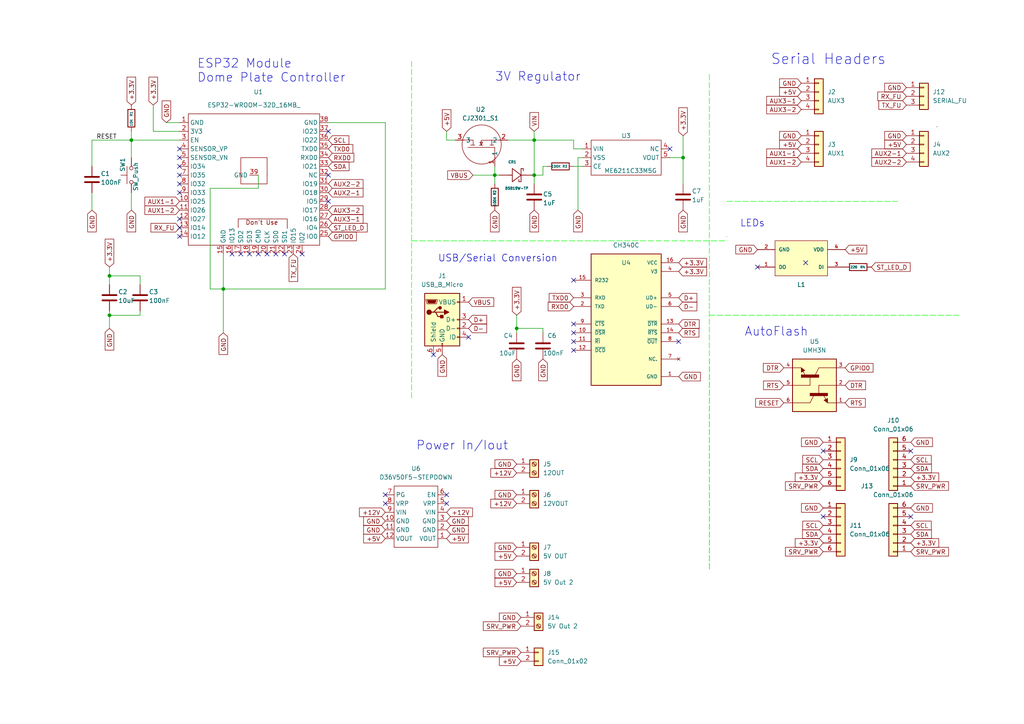
<source format=kicad_sch>
(kicad_sch (version 20231120) (generator "eeschema") (generator_version "8.0")
  (paper "A4")
  (title_block (title "Dome Plate Controller") (date "2022-11-16") (rev "2.0") (company "Created by: Greg Hulette") (comment 3 "- Controls Serial Comms to other devices") (comment 4 "- Accepts ESP-NOW messages"))
  (lib_symbols
    (symbol "B5819W-TP_1" (pin_numbers hide) (pin_names hide)
      (property "Reference" "CR" (at 5.08 4.445 0))
      (property "Value" "B5819W-TP_1" (at 5.08 -7.62 0))
      (symbol "B5819W-TP_1_1_1"
        (pin unspecified line (at 0 0 0) (length 2.54) (name "A") (number "A"))
        (pin unspecified line (at 10.16 0 180) (length 2.54) (name "C") (number "C"))
      )
    )
    (symbol "Connector:Screw_Terminal_01x02" (pin_names (offset 1.016) hide)
      (property "Reference" "J" (at 0 2.54 0))
      (property "Value" "Screw_Terminal_01x02" (at 0 -5.08 0))
      (symbol "Screw_Terminal_01x02_1_1"
        (pin passive line (at -5.08 0 0) (length 3.81) (name "Pin_1") (number "1"))
        (pin passive line (at -5.08 -2.54 0) (length 3.81) (name "Pin_2") (number "2"))
      )
    )
    (symbol "Connector:USB_B_Micro" (pin_names (offset 1.016))
      (property "Reference" "J" (at -5.08 11.43 0))
      (property "Value" "USB_B_Micro" (at -5.08 8.89 0))
      (symbol "USB_B_Micro_1_1"
        (pin power_out line (at 7.62 5.08 180) (length 2.54) (name "VBUS") (number "1"))
        (pin bidirectional line (at 7.62 -2.54 180) (length 2.54) (name "D-") (number "2"))
        (pin bidirectional line (at 7.62 0 180) (length 2.54) (name "D+") (number "3"))
        (pin passive line (at 7.62 -5.08 180) (length 2.54) (name "ID") (number "4"))
        (pin power_out line (at 0 -10.16 90) (length 2.54) (name "GND") (number "5"))
        (pin passive line (at -2.54 -10.16 90) (length 2.54) (name "Shield") (number "6"))
      )
    )
    (symbol "Connector_Generic:Conn_01x02" (pin_names (offset 1.016) hide)
      (property "Reference" "J" (at 0 2.54 0))
      (property "Value" "Conn_01x02" (at 0 -5.08 0))
      (symbol "Conn_01x02_1_1"
        (pin passive line (at -5.08 0 0) (length 3.81) (name "Pin_1") (number "1"))
        (pin passive line (at -5.08 -2.54 0) (length 3.81) (name "Pin_2") (number "2"))
      )
    )
    (symbol "Connector_Generic:Conn_01x03" (pin_names (offset 1.016) hide)
      (property "Reference" "J" (at 0 5.08 0))
      (property "Value" "Conn_01x03" (at 0 -5.08 0))
      (symbol "Conn_01x03_1_1"
        (pin passive line (at -5.08 2.54 0) (length 3.81) (name "Pin_1") (number "1"))
        (pin passive line (at -5.08 0 0) (length 3.81) (name "Pin_2") (number "2"))
        (pin passive line (at -5.08 -2.54 0) (length 3.81) (name "Pin_3") (number "3"))
      )
    )
    (symbol "Connector_Generic:Conn_01x04" (pin_names (offset 1.016) hide)
      (property "Reference" "J" (at 0 5.08 0))
      (property "Value" "Conn_01x04" (at 0 -7.62 0))
      (symbol "Conn_01x04_1_1"
        (pin passive line (at -5.08 2.54 0) (length 3.81) (name "Pin_1") (number "1"))
        (pin passive line (at -5.08 0 0) (length 3.81) (name "Pin_2") (number "2"))
        (pin passive line (at -5.08 -2.54 0) (length 3.81) (name "Pin_3") (number "3"))
        (pin passive line (at -5.08 -5.08 0) (length 3.81) (name "Pin_4") (number "4"))
      )
    )
    (symbol "Connector_Generic:Conn_01x06" (pin_names (offset 1.016) hide)
      (property "Reference" "J" (at 0 7.62 0))
      (property "Value" "Conn_01x06" (at 0 -10.16 0))
      (symbol "Conn_01x06_1_1"
        (pin passive line (at -5.08 5.08 0) (length 3.81) (name "Pin_1") (number "1"))
        (pin passive line (at -5.08 2.54 0) (length 3.81) (name "Pin_2") (number "2"))
        (pin passive line (at -5.08 0 0) (length 3.81) (name "Pin_3") (number "3"))
        (pin passive line (at -5.08 -2.54 0) (length 3.81) (name "Pin_4") (number "4"))
        (pin passive line (at -5.08 -5.08 0) (length 3.81) (name "Pin_5") (number "5"))
        (pin passive line (at -5.08 -7.62 0) (length 3.81) (name "Pin_6") (number "6"))
      )
    )
    (symbol "Custom:CH340C" (pin_names (offset 1.016))
      (property "Reference" "U" (at -10.16 20.955 0))
      (property "Value" "CH340C" (at -10.16 -20.32 0))
      (symbol "CH340C_0_0"
        (pin power_in line (at 15.24 -15.24 180) (length 5.08) (name "GND") (number "1"))
        (pin input line (at -15.24 -2.54 0) (length 5.08) (name "~{DSR}") (number "10"))
        (pin input line (at -15.24 -5.08 0) (length 5.08) (name "~{RI}") (number "11"))
        (pin input line (at -15.24 -7.62 0) (length 5.08) (name "~{DCD}") (number "12"))
        (pin output line (at 15.24 0 180) (length 5.08) (name "~{DTR}") (number "13"))
        (pin output line (at 15.24 -2.54 180) (length 5.08) (name "~{RTS}") (number "14"))
        (pin input line (at -15.24 12.7 0) (length 5.08) (name "R232") (number "15"))
        (pin power_in line (at 15.24 17.78 180) (length 5.08) (name "VCC") (number "16"))
        (pin output line (at -15.24 5.08 0) (length 5.08) (name "TXD") (number "2"))
        (pin input line (at -15.24 7.62 0) (length 5.08) (name "RXD") (number "3"))
        (pin power_in line (at 15.24 15.24 180) (length 5.08) (name "V3") (number "4"))
        (pin bidirectional line (at 15.24 7.62 180) (length 5.08) (name "UD+") (number "5"))
        (pin bidirectional line (at 15.24 5.08 180) (length 5.08) (name "UD-") (number "6"))
        (pin no_connect line (at 15.24 -10.16 180) (length 5.08) (name "NC.") (number "7"))
        (pin output line (at 15.24 -5.08 180) (length 5.08) (name "~{OUT}") (number "8"))
        (pin input line (at -15.24 0 0) (length 5.08) (name "~{CTS}") (number "9"))
      )
    )
    (symbol "Custom:CJ2301_S1"
      (property "Reference" "U" (at 0 10.16 0))
      (property "Value" "CJ2301_S1" (at -1.27 -10.16 0))
      (symbol "CJ2301_S1_1_1"
        (pin bidirectional line (at 3.81 -6.35 90) (length 2.54) (name "1") (number "1"))
        (pin bidirectional line (at 7.62 1.27 180) (length 2.54) (name "2") (number "2"))
        (pin input line (at -7.62 1.27 0) (length 2.54) (name "3") (number "3"))
      )
    )
    (symbol "Custom:ESP32-WROOM-32-Custom"
      (property "Reference" "U" (at -3.7846 54.2036 0))
      (property "Value" "ESP32-WROOM-32-Custom" (at -2.1082 -82.3214 0))
      (symbol "ESP32-WROOM-32-Custom_0_0"
        (text "Don't Use" (at 1.016 -11.176 0) (effects (font (size 1.27 1.27))))
      )
      (symbol "ESP32-WROOM-32-Custom_1_1"
        (pin bidirectional line (at -22.86 17.78 0) (length 2.54) (name "GND") (number "1"))
        (pin bidirectional line (at -22.86 -5.08 0) (length 2.54) (name "IO25") (number "10"))
        (pin bidirectional line (at -22.86 -7.62 0) (length 2.54) (name "IO26") (number "11"))
        (pin bidirectional line (at -22.86 -10.16 0) (length 2.54) (name "IO27") (number "12"))
        (pin bidirectional line (at -22.86 -12.7 0) (length 2.54) (name "IO14") (number "13"))
        (pin bidirectional line (at -22.86 -15.24 0) (length 2.54) (name "IO12") (number "14"))
        (pin bidirectional line (at -10.16 -20.32 90) (length 2.54) (name "GND") (number "15"))
        (pin bidirectional line (at -7.62 -20.32 90) (length 2.54) (name "IO13") (number "16"))
        (pin bidirectional line (at -5.08 -20.32 90) (length 2.54) (name "SD2") (number "17"))
        (pin bidirectional line (at -2.54 -20.32 90) (length 2.54) (name "SD3") (number "18"))
        (pin bidirectional line (at 0 -20.32 90) (length 2.54) (name "CMD") (number "19"))
        (pin bidirectional line (at -22.86 15.24 0) (length 2.54) (name "3V3") (number "2"))
        (pin bidirectional line (at 2.54 -20.32 90) (length 2.54) (name "CLK") (number "20"))
        (pin bidirectional line (at 5.08 -20.32 90) (length 2.54) (name "SD0") (number "21"))
        (pin bidirectional line (at 7.62 -20.32 90) (length 2.54) (name "SD1") (number "22"))
        (pin bidirectional line (at 10.16 -20.32 90) (length 2.54) (name "IO15") (number "23"))
        (pin bidirectional line (at 12.7 -20.32 90) (length 2.54) (name "IO2") (number "24"))
        (pin bidirectional line (at 20.32 -15.24 180) (length 2.54) (name "IO0") (number "25"))
        (pin bidirectional line (at 20.32 -12.7 180) (length 2.54) (name "IO4") (number "26"))
        (pin bidirectional line (at 20.32 -10.16 180) (length 2.54) (name "IO16") (number "27"))
        (pin bidirectional line (at 20.32 -7.62 180) (length 2.54) (name "IO17") (number "28"))
        (pin bidirectional line (at 20.32 -5.08 180) (length 2.54) (name "IO5") (number "29"))
        (pin bidirectional line (at -22.86 12.7 0) (length 2.54) (name "EN") (number "3"))
        (pin bidirectional line (at 20.32 -2.54 180) (length 2.54) (name "IO18") (number "30"))
        (pin bidirectional line (at 20.32 0 180) (length 2.54) (name "IO19") (number "31"))
        (pin bidirectional line (at 20.32 2.54 180) (length 2.54) (name "NC") (number "32"))
        (pin bidirectional line (at 20.32 5.08 180) (length 2.54) (name "IO21") (number "33"))
        (pin bidirectional line (at 20.32 7.62 180) (length 2.54) (name "RXD0") (number "34"))
        (pin bidirectional line (at 20.32 10.16 180) (length 2.54) (name "TXD0") (number "35"))
        (pin bidirectional line (at 20.32 12.7 180) (length 2.54) (name "IO22") (number "36"))
        (pin bidirectional line (at 20.32 15.24 180) (length 2.54) (name "IO23") (number "37"))
        (pin bidirectional line (at 20.32 17.78 180) (length 2.54) (name "GND") (number "38"))
        (pin bidirectional line (at 0 2.54 180) (length 2.54) (name "GND") (number "39"))
        (pin bidirectional line (at -22.86 10.16 0) (length 2.54) (name "SENSOR_VP") (number "4"))
        (pin bidirectional line (at -22.86 7.62 0) (length 2.54) (name "SENSOR_VN") (number "5"))
        (pin bidirectional line (at -22.86 5.08 0) (length 2.54) (name "IO34") (number "6"))
        (pin bidirectional line (at -22.86 2.54 0) (length 2.54) (name "IO35") (number "7"))
        (pin bidirectional line (at -22.86 0 0) (length 2.54) (name "IO32") (number "8"))
        (pin bidirectional line (at -22.86 -2.54 0) (length 2.54) (name "IO33") (number "9"))
      )
    )
    (symbol "Custom:ME6211C33M5G"
      (property "Reference" "U" (at -0.1016 6.4262 0))
      (property "Value" "ME6211C33M5G" (at -0.4064 -7.6454 0))
      (symbol "ME6211C33M5G_1_1"
        (pin bidirectional line (at -12.7 2.54 0) (length 2.54) (name "VIN") (number "1"))
        (pin bidirectional line (at -12.7 0 0) (length 2.54) (name "VSS") (number "2"))
        (pin bidirectional line (at -12.7 -2.54 0) (length 2.54) (name "CE") (number "3"))
        (pin bidirectional line (at 12.7 2.54 180) (length 2.54) (name "NC") (number "4"))
        (pin bidirectional line (at 12.7 0 180) (length 2.54) (name "VOUT") (number "5"))
      )
    )
    (symbol "Custom:UMH3N" (pin_names (offset 1.016) hide)
      (property "Reference" "U" (at 2.54 0 0))
      (property "Value" "UMH3N" (at 2.54 -2.54 0))
      (symbol "UMH3N_0_0"
        (pin output line (at -10.16 -10.16 90) (length 2.54) (name "~") (number "1"))
        (pin input line (at -5.08 -10.16 90) (length 2.54) (name "~") (number "2"))
        (pin input line (at 0 -10.16 90) (length 2.54) (name "~") (number "3"))
        (pin output line (at 0 7.62 270) (length 2.54) (name "~") (number "4"))
        (pin input line (at -5.08 7.62 270) (length 2.54) (name "~") (number "5"))
        (pin input line (at -10.16 7.62 270) (length 2.54) (name "~") (number "6"))
      )
    )
    (symbol "Device:C" (pin_numbers hide) (pin_names (offset 0.254))
      (property "Reference" "C" (at 0.635 2.54 0))
      (property "Value" "C" (at 0.635 -2.54 0))
      (symbol "C_1_1"
        (pin passive line (at 0 3.81 270) (length 2.794) (name "~") (number "1"))
        (pin passive line (at 0 -3.81 90) (length 2.794) (name "~") (number "2"))
      )
    )
    (symbol "Device:R" (pin_numbers hide) (pin_names (offset 0))
      (property "Reference" "R" (at 2.032 0 90))
      (property "Value" "R" (at 0 0 90))
      (symbol "R_1_1"
        (pin passive line (at 0 3.81 270) (length 1.27) (name "~") (number "1"))
        (pin passive line (at 0 -3.81 90) (length 1.27) (name "~") (number "2"))
      )
    )
    (symbol "LED:WS2812B-2020" (pin_names (offset 1.016))
      (property "Reference" "L" (at -7.366 5.842 0))
      (symbol "WS2812B-2020_0_0"
        (pin bidirectional line (at 12.7 2.54 180) (length 5.08) (name "DO") (number "1"))
        (pin bidirectional line (at 12.7 -2.54 180) (length 5.08) (name "GND") (number "2"))
        (pin bidirectional line (at -12.7 2.54 0) (length 5.08) (name "DI") (number "3"))
        (pin bidirectional line (at -12.7 -2.54 0) (length 5.08) (name "VDD") (number "4"))
      )
    )
    (symbol "Pololu:D36V50F5-STEPDOWN"
      (property "Reference" "U" (at 0.762 -11.684 0))
      (property "Value" "D36V50F5-STEPDOWN" (at 0.254 10.414 0))
      (symbol "D36V50F5-STEPDOWN_1_1"
        (pin bidirectional line (at 8.89 -6.35 180) (length 2.54) (name "VOUT") (number "1"))
        (pin bidirectional line (at -8.89 -1.27 0) (length 2.54) (name "GND") (number "10"))
        (pin bidirectional line (at -8.89 -3.81 0) (length 2.54) (name "GND") (number "11"))
        (pin bidirectional line (at -8.89 -6.35 0) (length 2.54) (name "VOUT") (number "12"))
        (pin bidirectional line (at 8.89 -3.81 180) (length 2.54) (name "GND") (number "2"))
        (pin bidirectional line (at 8.89 -1.27 180) (length 2.54) (name "GND") (number "3"))
        (pin bidirectional line (at 8.89 1.27 180) (length 2.54) (name "VIN") (number "4"))
        (pin bidirectional line (at 8.89 3.81 180) (length 2.54) (name "VRP") (number "5"))
        (pin bidirectional line (at 8.89 6.35 180) (length 2.54) (name "EN") (number "6"))
        (pin bidirectional line (at -8.89 6.35 0) (length 2.54) (name "PG") (number "7"))
        (pin bidirectional line (at -8.89 3.81 0) (length 2.54) (name "VRP") (number "8"))
        (pin bidirectional line (at -8.89 1.27 0) (length 2.54) (name "VIN") (number "9"))
      )
    )
    (symbol "Switch:SW_Push" (pin_numbers hide) (pin_names (offset 1.016) hide)
      (property "Reference" "SW" (at 1.27 2.54 0))
      (property "Value" "SW_Push" (at 0 -1.524 0))
      (symbol "SW_Push_0_1"
        (pin passive line (at -5.08 0 0) (length 2.54) (name "1") (number "1"))
        (pin passive line (at 5.08 0 180) (length 2.54) (name "2") (number "2"))
      )
    )
  )
  (junction (at 64.77 83.82))
  (junction (at 31.75 91.44))
  (junction (at 198.12 45.72))
  (junction (at 143.51 50.8))
  (junction (at 31.75 80.01))
  (junction (at 154.94 40.64))
  (junction (at 149.86 95.25))
  (junction (at 38.1 40.64))
  (junction (at 154.94 50.8))
  (no_connect (at 194.31 43.18))
  (no_connect (at 196.85 99.06))
  (no_connect (at 52.07 50.8))
  (no_connect (at 95.25 50.8))
  (no_connect (at 52.07 43.18))
  (no_connect (at 87.63 73.66))
  (no_connect (at 125.73 102.87))
  (no_connect (at 52.07 68.58))
  (no_connect (at 74.93 73.66))
  (no_connect (at 233.68 76.2))
  (no_connect (at 77.47 73.66))
  (no_connect (at 67.31 73.66))
  (no_connect (at 52.07 45.72))
  (no_connect (at 80.01 73.66))
  (no_connect (at 219.71 77.47))
  (no_connect (at 69.85 73.66))
  (no_connect (at 52.07 55.88))
  (no_connect (at 95.25 38.1))
  (no_connect (at 52.07 63.5))
  (no_connect (at 166.37 93.98))
  (no_connect (at 166.37 96.52))
  (no_connect (at 166.37 101.6))
  (no_connect (at 264.16 149.86))
  (no_connect (at 166.37 99.06))
  (no_connect (at 52.07 66.04))
  (no_connect (at 82.55 73.66))
  (no_connect (at 238.76 149.86))
  (no_connect (at 135.89 97.79))
  (no_connect (at 52.07 53.34))
  (no_connect (at 238.76 130.81))
  (no_connect (at 264.16 130.81))
  (no_connect (at 129.54 146.05))
  (no_connect (at 129.54 143.51))
  (no_connect (at 111.76 143.51))
  (no_connect (at 111.76 146.05))
  (no_connect (at 72.39 73.66))
  (no_connect (at 95.25 58.42))
  (no_connect (at 52.07 48.26))
  (no_connect (at 166.37 81.28))
  (wire (pts (xy 40.64 90.17) (xy 40.64 91.44)))
  (wire (pts (xy 38.1 40.64) (xy 52.07 40.64)))
  (wire (pts (xy 271.6847 36.6868) (xy 271.78 36.83)))
  (wire (pts (xy 31.75 77.47) (xy 31.75 80.01)))
  (wire (pts (xy 64.77 83.82) (xy 111.76 83.82)))
  (wire (pts (xy 154.94 50.8) (xy 154.94 53.34)))
  (wire (pts (xy 64.77 73.66) (xy 64.77 83.82)))
  (wire (pts (xy 95.25 35.56) (xy 111.76 35.56)))
  (wire (pts (xy 154.94 40.64) (xy 166.37 40.64)))
  (polyline (pts (xy 210.82 68.58) (xy 210.82 68.58)) (stroke (width 0) (type dash)))
  (wire (pts (xy 40.64 91.44) (xy 31.75 91.44)))
  (wire (pts (xy 64.77 83.82) (xy 64.77 96.52)))
  (polyline (pts (xy 205.74 91.44) (xy 278.13 91.44)) (stroke (width 0) (type dash) (color 0 255 0 1)))
  (wire (pts (xy 31.75 80.01) (xy 31.75 82.55)))
  (wire (pts (xy 26.67 40.64) (xy 38.1 40.64)))
  (wire (pts (xy 31.75 91.44) (xy 31.75 95.25)))
  (wire (pts (xy 143.51 48.26) (xy 143.51 50.8)))
  (wire (pts (xy 149.86 91.44) (xy 149.86 95.25)))
  (wire (pts (xy 38.1 40.64) (xy 38.1 45.72)))
  (polyline (pts (xy 119.38 17.78) (xy 119.38 115.57)) (stroke (width 0) (type dash) (color 0 255 0 1)))
  (wire (pts (xy 26.67 48.26) (xy 26.67 40.64)))
  (polyline (pts (xy 210.82 58.42) (xy 260.35 58.42)) (stroke (width 0) (type dash) (color 0 255 0 1)))
  (wire (pts (xy 74.93 50.8) (xy 74.93 54.61)))
  (wire (pts (xy 166.37 48.26) (xy 168.91 48.26)))
  (wire (pts (xy 198.12 39.37) (xy 198.12 45.72)))
  (wire (pts (xy 38.1 55.88) (xy 38.1 60.96)))
  (wire (pts (xy 40.64 80.01) (xy 40.64 82.55)))
  (wire (pts (xy 44.45 30.48) (xy 44.45 38.1)))
  (wire (pts (xy 157.48 48.26) (xy 157.48 50.8)))
  (wire (pts (xy 149.86 95.25) (xy 149.86 96.52)))
  (polyline (pts (xy 205.74 21.59) (xy 205.74 165.1)) (stroke (width 0) (type dash) (color 0 255 0 1)))
  (wire (pts (xy 60.96 83.82) (xy 64.77 83.82)))
  (wire (pts (xy 157.48 95.25) (xy 149.86 95.25)))
  (wire (pts (xy 60.96 54.61) (xy 60.96 83.82)))
  (wire (pts (xy 52.07 35.56) (xy 48.26 35.56)))
  (wire (pts (xy 31.75 90.17) (xy 31.75 91.44)))
  (wire (pts (xy 129.54 40.64) (xy 132.08 40.64)))
  (wire (pts (xy 38.1 38.1) (xy 38.1 40.64)))
  (wire (pts (xy 129.54 38.1) (xy 129.54 40.64)))
  (wire (pts (xy 167.64 45.72) (xy 168.91 45.72)))
  (wire (pts (xy 194.31 45.72) (xy 198.12 45.72)))
  (wire (pts (xy 26.67 55.88) (xy 26.67 60.96)))
  (wire (pts (xy 147.32 40.64) (xy 154.94 40.64)))
  (wire (pts (xy 166.37 43.18) (xy 168.91 43.18)))
  (polyline (pts (xy 119.38 69.85) (xy 210.82 69.85)) (stroke (width 0) (type dash) (color 0 255 0 1)))
  (polyline (pts (xy 205.74 165.1) (xy 205.74 104.14)) (stroke (width 0) (type dash) (color 0 255 0 1)))
  (wire (pts (xy 154.94 40.64) (xy 154.94 50.8)))
  (wire (pts (xy 166.37 40.64) (xy 166.37 43.18)))
  (wire (pts (xy 198.12 45.72) (xy 198.12 53.34)))
  (wire (pts (xy 143.51 50.8) (xy 143.51 53.34)))
  (wire (pts (xy 44.45 38.1) (xy 52.07 38.1)))
  (wire (pts (xy 167.64 45.72) (xy 167.64 60.96)))
  (wire (pts (xy 137.16 50.8) (xy 143.51 50.8)))
  (wire (pts (xy 74.93 54.61) (xy 60.96 54.61)))
  (wire (pts (xy 31.75 80.01) (xy 40.64 80.01)))
  (wire (pts (xy 157.48 50.8) (xy 154.94 50.8)))
  (wire (pts (xy 157.48 95.25) (xy 157.48 96.52)))
  (wire (pts (xy 111.76 35.56) (xy 111.76 83.82)))
  (wire (pts (xy 143.51 50.8) (xy 144.78 50.8)))
  (wire (pts (xy 154.94 38.1) (xy 154.94 40.64)))
  (wire (pts (xy 157.48 48.26) (xy 158.75 48.26)))
  (text "ESP32 Module \nDome Plate Controller" (at 57.15 24.13 0) (effects (font (size 2.54 2.54)) (justify left bottom)))
  (text "3V Regulator\n\n" (at 143.51 27.94 0) (effects (font (size 2.54 2.54)) (justify left bottom)))
  (text "LEDs" (at 214.63 66.04 0) (effects (font (size 2 2)) (justify left bottom)))
  (text "Power In/Iout" (at 120.65 130.81 0) (effects (font (size 2.54 2.54)) (justify left bottom)))
  (text "USB/Serial Conversion \n" (at 127 76.2 0) (effects (font (size 2 2)) (justify left bottom)))
  (text "AutoFlash\n" (at 215.9 97.79 0) (effects (font (size 2.54 2.54)) (justify left bottom)))
  (text "Serial Headers" (at 223.52 19.05 0) (effects (font (size 3 3)) (justify left bottom)))
  (label "RESET" (at 27.94 40.64 0))
  (global_label "ST_LED_D" (shape input) (at 95.25 66.04 0) (property "Intersheetrefs" "${INTERSHEET_REFS}" (effects (hide yes))))
  (global_label "SCL" (shape input) (at 264.16 133.35 0) (property "Intersheetrefs" "${INTERSHEET_REFS}" (effects (hide yes))))
  (global_label "+5V" (shape input) (at 232.41 41.91 180) (property "Intersheetrefs" "${INTERSHEET_REFS}" (effects (hide yes))))
  (global_label "GND" (shape input) (at 48.26 35.56 90) (property "Intersheetrefs" "${INTERSHEET_REFS}" (effects (hide yes))))
  (global_label "AUX1-1" (shape input) (at 52.07 58.42 180) (property "Intersheetrefs" "${INTERSHEET_REFS}" (effects (hide yes))))
  (global_label "GND" (shape input) (at 196.85 109.22 0) (property "Intersheetrefs" "${INTERSHEET_REFS}" (effects (hide yes))))
  (global_label "RTS" (shape input) (at 196.85 96.52 0) (property "Intersheetrefs" "${INTERSHEET_REFS}" (effects (hide yes))))
  (global_label "RESET" (shape input) (at 227.33 116.84 180) (property "Intersheetrefs" "${INTERSHEET_REFS}" (effects (hide yes))))
  (global_label "VIN" (shape input) (at 154.94 38.1 90) (property "Intersheetrefs" "${INTERSHEET_REFS}" (effects (hide yes))))
  (global_label "SRV_PWR" (shape input) (at 264.16 160.02 0) (property "Intersheetrefs" "${INTERSHEET_REFS}" (effects (hide yes))))
  (global_label "+5V" (shape input) (at 111.76 156.21 180) (property "Intersheetrefs" "${INTERSHEET_REFS}" (effects (hide yes))))
  (global_label "+3.3V" (shape input) (at 264.16 138.43 0) (property "Intersheetrefs" "${INTERSHEET_REFS}" (effects (hide yes))))
  (global_label "RTS" (shape input) (at 227.33 111.76 180) (property "Intersheetrefs" "${INTERSHEET_REFS}" (effects (hide yes))))
  (global_label "SDA" (shape input) (at 264.16 154.94 0) (property "Intersheetrefs" "${INTERSHEET_REFS}" (effects (hide yes))))
  (global_label "+12V" (shape input) (at 129.54 148.59 0) (property "Intersheetrefs" "${INTERSHEET_REFS}" (effects (hide yes))))
  (global_label "D+" (shape input) (at 135.89 92.71 0) (property "Intersheetrefs" "${INTERSHEET_REFS}" (effects (hide yes))))
  (global_label "SRV_PWR" (shape input) (at 151.13 181.61 180) (property "Intersheetrefs" "${INTERSHEET_REFS}" (effects (hide yes))))
  (global_label "GND" (shape input) (at 219.71 72.39 180) (property "Intersheetrefs" "${INTERSHEET_REFS}" (effects (hide yes))))
  (global_label "RX_FU" (shape input) (at 262.89 27.94 180) (property "Intersheetrefs" "${INTERSHEET_REFS}" (effects (hide yes))))
  (global_label "+3.3V" (shape input) (at 238.76 138.43 180) (property "Intersheetrefs" "${INTERSHEET_REFS}" (effects (hide yes))))
  (global_label "TXD0" (shape input) (at 95.25 43.18 0) (property "Intersheetrefs" "${INTERSHEET_REFS}" (effects (hide yes))))
  (global_label "SDA" (shape input) (at 238.76 154.94 180) (property "Intersheetrefs" "${INTERSHEET_REFS}" (effects (hide yes))))
  (global_label "+5V" (shape input) (at 149.86 168.91 180) (property "Intersheetrefs" "${INTERSHEET_REFS}" (effects (hide yes))))
  (global_label "GND" (shape input) (at 38.1 60.96 270) (property "Intersheetrefs" "${INTERSHEET_REFS}" (effects (hide yes))))
  (global_label "AUX2-2" (shape input) (at 95.25 53.34 0) (property "Intersheetrefs" "${INTERSHEET_REFS}" (effects (hide yes))))
  (global_label "GPIO0" (shape input) (at 95.25 68.58 0) (property "Intersheetrefs" "${INTERSHEET_REFS}" (effects (hide yes))))
  (global_label "DTR" (shape input) (at 227.33 106.68 180) (property "Intersheetrefs" "${INTERSHEET_REFS}" (effects (hide yes))))
  (global_label "+5V" (shape input) (at 151.13 191.77 180) (property "Intersheetrefs" "${INTERSHEET_REFS}" (effects (hide yes))))
  (global_label "GND" (shape input) (at 143.51 60.96 270) (property "Intersheetrefs" "${INTERSHEET_REFS}" (effects (hide yes))))
  (global_label "RXD0" (shape input) (at 95.25 45.72 0) (property "Intersheetrefs" "${INTERSHEET_REFS}" (effects (hide yes))))
  (global_label "GND" (shape input) (at 262.89 25.4 180) (property "Intersheetrefs" "${INTERSHEET_REFS}" (effects (hide yes))))
  (global_label "AUX1-2" (shape input) (at 52.07 60.96 180) (property "Intersheetrefs" "${INTERSHEET_REFS}" (effects (hide yes))))
  (global_label "+5V" (shape input) (at 232.41 26.67 180) (property "Intersheetrefs" "${INTERSHEET_REFS}" (effects (hide yes))))
  (global_label "TXD0" (shape input) (at 166.37 86.36 180) (property "Intersheetrefs" "${INTERSHEET_REFS}" (effects (hide yes))))
  (global_label "GPIO0" (shape input) (at 245.11 106.68 0) (property "Intersheetrefs" "${INTERSHEET_REFS}" (effects (hide yes))))
  (global_label "+5V" (shape input) (at 129.54 156.21 0) (property "Intersheetrefs" "${INTERSHEET_REFS}" (effects (hide yes))))
  (global_label "D+" (shape input) (at 196.85 86.36 0) (property "Intersheetrefs" "${INTERSHEET_REFS}" (effects (hide yes))))
  (global_label "+3.3V" (shape input) (at 149.86 91.44 90) (property "Intersheetrefs" "${INTERSHEET_REFS}" (effects (hide yes))))
  (global_label "D-" (shape input) (at 135.89 95.25 0) (property "Intersheetrefs" "${INTERSHEET_REFS}" (effects (hide yes))))
  (global_label "GND" (shape input) (at 64.77 96.52 270) (property "Intersheetrefs" "${INTERSHEET_REFS}" (effects (hide yes))))
  (global_label "SCL" (shape input) (at 238.76 152.4 180) (property "Intersheetrefs" "${INTERSHEET_REFS}" (effects (hide yes))))
  (global_label "+3.3V" (shape input) (at 196.85 78.74 0) (property "Intersheetrefs" "${INTERSHEET_REFS}" (effects (hide yes))))
  (global_label "+5V" (shape input) (at 245.11 72.39 0) (property "Intersheetrefs" "${INTERSHEET_REFS}" (effects (hide yes))))
  (global_label "+3.3V" (shape input) (at 31.75 77.47 90) (property "Intersheetrefs" "${INTERSHEET_REFS}" (effects (hide yes))))
  (global_label "GND" (shape input) (at 129.54 151.13 0) (property "Intersheetrefs" "${INTERSHEET_REFS}" (effects (hide yes))))
  (global_label "GND" (shape input) (at 232.41 39.37 180) (property "Intersheetrefs" "${INTERSHEET_REFS}" (effects (hide yes))))
  (global_label "TX_FU" (shape input) (at 262.89 30.48 180) (property "Intersheetrefs" "${INTERSHEET_REFS}" (effects (hide yes))))
  (global_label "SDA" (shape input) (at 95.25 48.26 0) (property "Intersheetrefs" "${INTERSHEET_REFS}" (effects (hide yes))))
  (global_label "D-" (shape input) (at 196.85 88.9 0) (property "Intersheetrefs" "${INTERSHEET_REFS}" (effects (hide yes))))
  (global_label "GND" (shape input) (at 149.86 134.62 180) (property "Intersheetrefs" "${INTERSHEET_REFS}" (effects (hide yes))))
  (global_label "AUX3-2" (shape input) (at 95.25 60.96 0) (property "Intersheetrefs" "${INTERSHEET_REFS}" (effects (hide yes))))
  (global_label "SDA" (shape input) (at 238.76 135.89 180) (property "Intersheetrefs" "${INTERSHEET_REFS}" (effects (hide yes))))
  (global_label "AUX2-2" (shape input) (at 262.89 46.99 180) (property "Intersheetrefs" "${INTERSHEET_REFS}" (effects (hide yes))))
  (global_label "GND" (shape input) (at 198.12 60.96 270) (property "Intersheetrefs" "${INTERSHEET_REFS}" (effects (hide yes))))
  (global_label "SRV_PWR" (shape input) (at 238.76 160.02 180) (property "Intersheetrefs" "${INTERSHEET_REFS}" (effects (hide yes))))
  (global_label "GND" (shape input) (at 151.13 179.07 180) (property "Intersheetrefs" "${INTERSHEET_REFS}" (effects (hide yes))))
  (global_label "RXD0" (shape input) (at 166.37 88.9 180) (property "Intersheetrefs" "${INTERSHEET_REFS}" (effects (hide yes))))
  (global_label "ST_LED_D" (shape input) (at 252.73 77.47 0) (property "Intersheetrefs" "${INTERSHEET_REFS}" (effects (hide yes))))
  (global_label "VBUS" (shape input) (at 135.89 87.63 0) (property "Intersheetrefs" "${INTERSHEET_REFS}" (effects (hide yes))))
  (global_label "SCL" (shape input) (at 95.25 40.64 0) (property "Intersheetrefs" "${INTERSHEET_REFS}" (effects (hide yes))))
  (global_label "+3.3V" (shape input) (at 38.1 30.48 90) (property "Intersheetrefs" "${INTERSHEET_REFS}" (effects (hide yes))))
  (global_label "SRV_PWR" (shape input) (at 238.76 140.97 180) (property "Intersheetrefs" "${INTERSHEET_REFS}" (effects (hide yes))))
  (global_label "+3.3V" (shape input) (at 196.85 76.2 0) (property "Intersheetrefs" "${INTERSHEET_REFS}" (effects (hide yes))))
  (global_label "GND" (shape input) (at 149.86 158.75 180) (property "Intersheetrefs" "${INTERSHEET_REFS}" (effects (hide yes))))
  (global_label "GND" (shape input) (at 238.76 147.32 180) (property "Intersheetrefs" "${INTERSHEET_REFS}" (effects (hide yes))))
  (global_label "AUX2-1" (shape input) (at 262.89 44.45 180) (property "Intersheetrefs" "${INTERSHEET_REFS}" (effects (hide yes))))
  (global_label "SCL" (shape input) (at 238.76 133.35 180) (property "Intersheetrefs" "${INTERSHEET_REFS}" (effects (hide yes))))
  (global_label "SRV_PWR" (shape input) (at 264.16 140.97 0) (property "Intersheetrefs" "${INTERSHEET_REFS}" (effects (hide yes))))
  (global_label "SCL" (shape input) (at 264.16 152.4 0) (property "Intersheetrefs" "${INTERSHEET_REFS}" (effects (hide yes))))
  (global_label "AUX3-2" (shape input) (at 232.41 31.75 180) (property "Intersheetrefs" "${INTERSHEET_REFS}" (effects (hide yes))))
  (global_label "RX_FU" (shape input) (at 52.07 66.04 180) (property "Intersheetrefs" "${INTERSHEET_REFS}" (effects (hide yes))))
  (global_label "+5V" (shape input) (at 262.89 41.91 180) (property "Intersheetrefs" "${INTERSHEET_REFS}" (effects (hide yes))))
  (global_label "+3.3V" (shape input) (at 44.45 30.48 90) (property "Intersheetrefs" "${INTERSHEET_REFS}" (effects (hide yes))))
  (global_label "+3.3V" (shape input) (at 198.12 39.37 90) (property "Intersheetrefs" "${INTERSHEET_REFS}" (effects (hide yes))))
  (global_label "GND" (shape input) (at 264.16 147.32 0) (property "Intersheetrefs" "${INTERSHEET_REFS}" (effects (hide yes))))
  (global_label "+5V" (shape input) (at 129.54 38.1 90) (property "Intersheetrefs" "${INTERSHEET_REFS}" (effects (hide yes))))
  (global_label "SRV_PWR" (shape input) (at 151.13 189.23 180) (property "Intersheetrefs" "${INTERSHEET_REFS}" (effects (hide yes))))
  (global_label "AUX2-1" (shape input) (at 95.25 55.88 0) (property "Intersheetrefs" "${INTERSHEET_REFS}" (effects (hide yes))))
  (global_label "GND" (shape input) (at 154.94 60.96 270) (property "Intersheetrefs" "${INTERSHEET_REFS}" (effects (hide yes))))
  (global_label "DTR" (shape input) (at 245.11 111.76 0) (property "Intersheetrefs" "${INTERSHEET_REFS}" (effects (hide yes))))
  (global_label "GND" (shape input) (at 31.75 95.25 270) (property "Intersheetrefs" "${INTERSHEET_REFS}" (effects (hide yes))))
  (global_label "RTS" (shape input) (at 245.11 116.84 0) (property "Intersheetrefs" "${INTERSHEET_REFS}" (effects (hide yes))))
  (global_label "GND" (shape input) (at 111.76 153.67 180) (property "Intersheetrefs" "${INTERSHEET_REFS}" (effects (hide yes))))
  (global_label "DTR" (shape input) (at 196.85 93.98 0) (property "Intersheetrefs" "${INTERSHEET_REFS}" (effects (hide yes))))
  (global_label "GND" (shape input) (at 111.76 151.13 180) (property "Intersheetrefs" "${INTERSHEET_REFS}" (effects (hide yes))))
  (global_label "GND" (shape input) (at 129.54 153.67 0) (property "Intersheetrefs" "${INTERSHEET_REFS}" (effects (hide yes))))
  (global_label "GND" (shape input) (at 264.16 128.27 0) (property "Intersheetrefs" "${INTERSHEET_REFS}" (effects (hide yes))))
  (global_label "GND" (shape input) (at 26.67 60.96 270) (property "Intersheetrefs" "${INTERSHEET_REFS}" (effects (hide yes))))
  (global_label "+3.3V" (shape input) (at 238.76 157.48 180) (property "Intersheetrefs" "${INTERSHEET_REFS}" (effects (hide yes))))
  (global_label "GND" (shape input) (at 238.76 128.27 180) (property "Intersheetrefs" "${INTERSHEET_REFS}" (effects (hide yes))))
  (global_label "GND" (shape input) (at 128.27 102.87 270) (property "Intersheetrefs" "${INTERSHEET_REFS}" (effects (hide yes))))
  (global_label "+3.3V" (shape input) (at 264.16 157.48 0) (property "Intersheetrefs" "${INTERSHEET_REFS}" (effects (hide yes))))
  (global_label "GND" (shape input) (at 262.89 39.37 180) (property "Intersheetrefs" "${INTERSHEET_REFS}" (effects (hide yes))))
  (global_label "AUX1-2" (shape input) (at 232.41 46.99 180) (property "Intersheetrefs" "${INTERSHEET_REFS}" (effects (hide yes))))
  (global_label "AUX3-1" (shape input) (at 95.25 63.5 0) (property "Intersheetrefs" "${INTERSHEET_REFS}" (effects (hide yes))))
  (global_label "TX_FU" (shape input) (at 85.09 73.66 270) (property "Intersheetrefs" "${INTERSHEET_REFS}" (effects (hide yes))))
  (global_label "+5V" (shape input) (at 149.86 161.29 180) (property "Intersheetrefs" "${INTERSHEET_REFS}" (effects (hide yes))))
  (global_label "+12V" (shape input) (at 111.76 148.59 180) (property "Intersheetrefs" "${INTERSHEET_REFS}" (effects (hide yes))))
  (global_label "+12V" (shape input) (at 149.86 146.05 180) (property "Intersheetrefs" "${INTERSHEET_REFS}" (effects (hide yes))))
  (global_label "GND" (shape input) (at 149.86 104.14 270) (property "Intersheetrefs" "${INTERSHEET_REFS}" (effects (hide yes))))
  (global_label "GND" (shape input) (at 149.86 143.51 180) (property "Intersheetrefs" "${INTERSHEET_REFS}" (effects (hide yes))))
  (global_label "VBUS" (shape input) (at 137.16 50.8 180) (property "Intersheetrefs" "${INTERSHEET_REFS}" (effects (hide yes))))
  (global_label "GND" (shape input) (at 149.86 166.37 180) (property "Intersheetrefs" "${INTERSHEET_REFS}" (effects (hide yes))))
  (global_label "+12V" (shape input) (at 149.86 137.16 180) (property "Intersheetrefs" "${INTERSHEET_REFS}" (effects (hide yes))))
  (global_label "GND" (shape input) (at 157.48 104.14 270) (property "Intersheetrefs" "${INTERSHEET_REFS}" (effects (hide yes))))
  (global_label "AUX1-1" (shape input) (at 232.41 44.45 180) (property "Intersheetrefs" "${INTERSHEET_REFS}" (effects (hide yes))))
  (global_label "SDA" (shape input) (at 264.16 135.89 0) (property "Intersheetrefs" "${INTERSHEET_REFS}" (effects (hide yes))))
  (global_label "GND" (shape input) (at 232.41 24.13 180) (property "Intersheetrefs" "${INTERSHEET_REFS}" (effects (hide yes))))
  (global_label "AUX3-1" (shape input) (at 232.41 29.21 180) (property "Intersheetrefs" "${INTERSHEET_REFS}" (effects (hide yes))))
  (global_label "GND" (shape input) (at 167.64 60.96 270) (property "Intersheetrefs" "${INTERSHEET_REFS}" (effects (hide yes))))
  (symbol (lib_id "Connector:Screw_Terminal_01x02") (at 154.94 158.75 0) (unit 1)
    (property "Reference" "J7" (at 157.48 158.7499 0) (effects (justify left)))
    (property "Value" "5V OUT" (at 157.48 161.2899 0) (effects (justify left)))
    (property "Footprint" "TerminalBlock_4Ucon:TerminalBlock_4Ucon_1x02_P3.50mm_Horizontal" (effects (hide yes)))
    (property "Datasheet" "https://datasheet.lcsc.com/lcsc/2001160007_Cixi-Kefa-Elec-KF350-3-5-2P_C474892.pdf" (effects (hide yes)))
    (property "LCSC" " C474892" (effects (hide yes)))
  )
  (symbol (lib_id "Custom:ME6211C33M5G") (at 181.61 45.72 0) (unit 1)
    (property "Reference" "U3" (at 181.61 39.37 0))
    (property "Value" "ME6211C33M5G" (at 182.88 49.53 0))
    (property "Footprint" "Package_TO_SOT_SMD:SOT-23-5" (effects (hide yes)))
    (property "Datasheet" "https://datasheet.lcsc.com/lcsc/1811131510_MICRONE-Nanjing-Micro-One-Elec-ME6211C33M5G-N_C82942.pdf" (effects (hide yes)))
    (property "LCSC" "C82942" (effects (hide yes)))
  )
  (symbol (lib_id "Custom:ESP32-WROOM-32-Custom") (at 74.93 53.34 0) (unit 1)
    (property "Reference" "U1" (at 74.93 26.67 0))
    (property "Value" "ESP32-WROOM-32D_16MB_" (at 73.66 30.48 0))
    (property "Footprint" "RF_Module:ESP32-WROOM-32" (effects (hide yes)))
    (property "Datasheet" "https://datasheet.lcsc.com/lcsc/2005211207_Espressif-Systems-ESP32-WROOM-32D-N16_C529578.pdf" (effects (hide yes)))
    (property "LCSC" " C529578" (effects (hide yes)))
  )
  (symbol (lib_id "Connector:Screw_Terminal_01x02") (at 154.94 134.62 0) (unit 1)
    (property "Reference" "J5" (at 157.48 134.6199 0) (effects (justify left)))
    (property "Value" "12OUT" (at 157.48 137.1599 0) (effects (justify left)))
    (property "Footprint" "TerminalBlock_4Ucon:TerminalBlock_4Ucon_1x02_P3.50mm_Horizontal" (effects (hide yes)))
    (property "Datasheet" "https://datasheet.lcsc.com/lcsc/2001160007_Cixi-Kefa-Elec-KF350-3-5-2P_C474892.pdf" (effects (hide yes)))
    (property "LCSC" " C474892" (effects (hide yes)))
  )
  (symbol (lib_id "Custom:CJ2301_S1") (at 139.7 41.91 0) (unit 1)
    (property "Reference" "U2" (at 139.3648 31.75 0))
    (property "Value" "CJ2301_S1" (at 139.3648 34.29 0))
    (property "Footprint" "Package_TO_SOT_SMD:SOT-23" (effects (hide yes)))
    (property "Datasheet" "https://datasheet.lcsc.com/lcsc/1809141711_Jiangsu-Changjing-Electronics-Technology-Co---Ltd--CJ2301-S1_C8547.pdf" (effects (hide yes)))
    (property "LCSC" " C8547" (effects (hide yes)))
  )
  (symbol (lib_id "Connector:USB_B_Micro") (at 128.27 92.71 0) (unit 1)
    (property "Reference" "J1" (at 128.27 80.01 0))
    (property "Value" "USB_B_Micro" (at 128.27 82.55 0))
    (property "Footprint" "Connector_USB:USB_Micro-B_Amphenol_10118194_Horizontal" (effects (hide yes)))
    (property "Datasheet" "https://datasheet.lcsc.com/lcsc/1811131822_Amphenol-ICC-10118194-0001LF_C132563.pdf" (effects (hide yes)))
    (property "LCSC" "C132563" (effects (hide yes)))
  )
  (symbol (lib_id "Connector:Screw_Terminal_01x02") (at 154.94 143.51 0) (unit 1)
    (property "Reference" "J6" (at 157.48 143.5099 0) (effects (justify left)))
    (property "Value" "12VOUT" (at 157.48 146.0499 0) (effects (justify left)))
    (property "Footprint" "TerminalBlock_4Ucon:TerminalBlock_4Ucon_1x02_P3.50mm_Horizontal" (effects (hide yes)))
    (property "Datasheet" "https://datasheet.lcsc.com/lcsc/2001160007_Cixi-Kefa-Elec-KF350-3-5-2P_C474892.pdf" (effects (hide yes)))
    (property "LCSC" " C474892" (effects (hide yes)))
  )
  (symbol (lib_id "Device:C") (at 154.94 57.15 180) (unit 1)
    (property "Reference" "C5" (at 157.48 56.3117 0) (effects (justify right)))
    (property "Value" "1uF" (at 157.48 58.8517 0) (effects (justify right)))
    (property "Footprint" "Capacitor_SMD:C_0402_1005Metric" (effects (hide yes)))
    (property "Datasheet" "https://datasheet.lcsc.com/lcsc/1811081616_Murata-Electronics-GRM155R61E105KA12D_C77009.pdf" (effects (hide yes)))
    (property "LCSC" "C77009" (effects (hide yes)))
  )
  (symbol (lib_id "Device:C") (at 40.64 86.36 0) (unit 1)
    (property "Reference" "C3" (at 43.18 84.6581 0) (effects (justify left)))
    (property "Value" "100nF" (at 43.18 87.1981 0) (effects (justify left)))
    (property "Footprint" "Capacitor_SMD:C_0402_1005Metric" (effects (hide yes)))
    (property "Datasheet" "https://datasheet.lcsc.com/lcsc/1810191222_Samsung-Electro-Mechanics-CL05B104KB54PNC_C307331.pdf" (effects (hide yes)))
    (property "LCSC" "C307331" (effects (hide yes)))
  )
  (symbol (lib_id "Connector_Generic:Conn_01x06") (at 259.08 135.89 180) (unit 1)
    (property "Reference" "J10" (at 259.08 121.92 0))
    (property "Value" "Conn_01x06" (at 259.08 124.46 0))
    (property "Footprint" "Connector_PinSocket_2.54mm:PinSocket_1x06_P2.54mm_Vertical" (effects (hide yes)))
    (property "Description" "Generic connector, single row, 01x06, script generated (kicad-library-utils/schlib/autogen/connector/)" (effects (hide yes)))
    (property "LCSC" "C5224026" (effects (hide yes)))
  )
  (symbol (lib_id "LED:WS2812B-2020") (at 232.41 74.93 180) (unit 1)
    (property "Reference" "L1" (at 232.41 82.55 0))
    (property "Value" "WS2812B-2020" (effects (hide yes)))
    (property "Footprint" "01-Custom:WS2812B-2020" (effects (hide yes)))
    (property "Datasheet" "https://datasheet.lcsc.com/lcsc/2012110135_Worldsemi-WS2812B-2020_C965555.pdf" (effects (hide yes)))
    (property "LCSC" "C965555" (effects (hide yes)))
  )
  (symbol (lib_id "Device:C") (at 157.48 100.33 0) (unit 1)
    (property "Reference" "C6" (at 158.75 97.3581 0) (effects (justify left)))
    (property "Value" "100nF" (at 157.48 102.4381 0) (effects (justify left)))
    (property "Footprint" "Capacitor_SMD:C_0402_1005Metric" (effects (hide yes)))
    (property "Datasheet" "https://datasheet.lcsc.com/lcsc/1810191222_Samsung-Electro-Mechanics-CL05B104KB54PNC_C307331.pdf" (effects (hide yes)))
    (property "LCSC" "C307331" (effects (hide yes)))
  )
  (symbol (lib_id "Connector_Generic:Conn_01x04") (at 267.97 41.91 0) (unit 1)
    (property "Reference" "J4" (at 270.51 41.9099 0) (effects (justify left)))
    (property "Value" "AUX2" (at 270.51 44.4499 0) (effects (justify left)))
    (property "Footprint" "01-Custom:470531000" (effects (hide yes)))
    (property "Datasheet" "https://datasheet.lcsc.com/lcsc/1811051309_MOLEX-470531000_C240840.pdf" (effects (hide yes)))
    (property "LCSC" "C240840 " (effects (hide yes)))
  )
  (symbol (lib_id "Device:C") (at 198.12 57.15 0) (unit 1)
    (property "Reference" "C7" (at 200.66 55.4481 0) (effects (justify left)))
    (property "Value" "1uF" (at 200.66 57.9881 0) (effects (justify left)))
    (property "Footprint" "Capacitor_SMD:C_0402_1005Metric" (effects (hide yes)))
    (property "Datasheet" "https://datasheet.lcsc.com/lcsc/1811081616_Murata-Electronics-GRM155R61E105KA12D_C77009.pdf" (effects (hide yes)))
    (property "LCSC" "C77009" (effects (hide yes)))
  )
  (symbol (lib_id "Custom:UMH3N") (at 234.95 106.68 90) (unit 1)
    (property "Reference" "U5" (at 236.22 99.06 90))
    (property "Value" "UMH3N" (at 236.22 101.6 90))
    (property "Footprint" "01-Custom:UMT6" (effects (hide yes)))
    (property "Datasheet" "https://datasheet.lcsc.com/lcsc/1809211024_Jiangsu-Changjing-Electronics-Technology-Co---Ltd--UMH3N_C62892.pdf" (effects (hide yes)))
    (property "LCSC" " C62892" (effects (hide yes)))
  )
  (symbol (lib_id "Device:R") (at 143.51 57.15 0) (unit 1)
    (property "Reference" "R2" (at 143.51 55.88 90) (effects (font (size 0.7 0.7))))
    (property "Value" "100K" (at 143.51 58.42 90) (effects (font (size 0.7 0.7))))
    (property "Footprint" "Resistor_SMD:R_0603_1608Metric" (effects (hide yes)))
    (property "Datasheet" "https://datasheet.lcsc.com/lcsc/2206010045_UNI-ROYAL-Uniroyal-Elec-0603WAF1003T5E_C25803.pdf" (effects (hide yes)))
    (property "LCSC" "C25803" (effects (hide yes)))
  )
  (symbol (lib_id "Connector_Generic:Conn_01x03") (at 267.97 27.94 0) (unit 1)
    (property "Reference" "J12" (at 270.51 26.6699 0) (effects (justify left)))
    (property "Value" "SERIAL_FU" (at 270.51 29.2099 0) (effects (justify left)))
    (property "Footprint" "Connector_Molex:Molex_KK-254_AE-6410-03A_1x03_P2.54mm_Vertical" (effects (hide yes)))
    (property "Datasheet" "https://datasheet.lcsc.com/lcsc/1912230932_MOLEX-22272031_C471416.pdf" (effects (hide yes)))
    (property "LCSC" "C471416" (effects (hide yes)))
  )
  (symbol (lib_id "Device:R") (at 248.92 77.47 270) (unit 1)
    (property "Reference" "R4" (at 250.19 77.47 90) (effects (font (size 0.7 0.7))))
    (property "Value" "220" (at 247.65 77.47 90) (effects (font (size 0.7 0.7))))
    (property "Footprint" "Resistor_SMD:R_0402_1005Metric" (effects (hide yes)))
    (property "LCSC" "C25091" (effects (hide yes)))
  )
  (symbol (lib_id "Connector:Screw_Terminal_01x02") (at 154.94 166.37 0) (unit 1)
    (property "Reference" "J8" (at 157.48 166.3699 0) (effects (justify left)))
    (property "Value" "5V Out 2" (at 157.48 168.9099 0) (effects (justify left)))
    (property "Footprint" "TerminalBlock_4Ucon:TerminalBlock_4Ucon_1x02_P3.50mm_Horizontal" (effects (hide yes)))
    (property "Datasheet" "https://datasheet.lcsc.com/lcsc/2001160007_Cixi-Kefa-Elec-KF350-3-5-2P_C474892.pdf" (effects (hide yes)))
    (property "LCSC" " C474892" (effects (hide yes)))
  )
  (symbol (lib_id "Switch:SW_Push") (at 38.1 50.8 90) (unit 1)
    (property "Reference" "SW1" (at 35.56 45.7199 0) (effects (justify right)))
    (property "Value" "SW_Push" (at 39.37 46.9899 0) (effects (justify right)))
    (property "Footprint" "01-Custom:TS-1101S-B-B-B-W-A" (effects (hide yes)))
    (property "Datasheet" "https://datasheet.lcsc.com/lcsc/2110111130_XKB-Connectivity-TS-1101S-B-B-B-W-A_C692465.pdf" (effects (hide yes)))
    (property "LCSC" " C692465" (effects (hide yes)))
  )
  (symbol (lib_id "Connector_Generic:Conn_01x06") (at 259.08 154.94 180) (unit 1)
    (property "Reference" "J13" (at 251.46 140.97 0))
    (property "Value" "Conn_01x06" (at 259.08 143.51 0))
    (property "Footprint" "Connector_PinSocket_2.54mm:PinSocket_1x06_P2.54mm_Vertical" (effects (hide yes)))
    (property "Description" "Generic connector, single row, 01x06, script generated (kicad-library-utils/schlib/autogen/connector/)" (effects (hide yes)))
    (property "LCSC" "C5224026" (effects (hide yes)))
  )
  (symbol (lib_id "Pololu:D36V50F5-STEPDOWN") (at 120.65 149.86 0) (unit 1)
    (property "Reference" "U6" (at 120.65 135.89 0))
    (property "Value" "D36V50F5-STEPDOWN" (at 120.65 138.43 0))
    (property "Footprint" "01-Custom:D36V50F5-STEPDOWN" (effects (hide yes)))
  )
  (symbol (lib_id "Connector_Generic:Conn_01x04") (at 237.49 41.91 0) (unit 1)
    (property "Reference" "J3" (at 240.03 41.9099 0) (effects (justify left)))
    (property "Value" "AUX1" (at 240.03 44.4499 0) (effects (justify left)))
    (property "Footprint" "01-Custom:470531000" (effects (hide yes)))
    (property "Datasheet" "https://datasheet.lcsc.com/lcsc/1811051309_MOLEX-470531000_C240840.pdf" (effects (hide yes)))
    (property "LCSC" "C240840 " (effects (hide yes)))
  )
  (symbol (lib_id "Device:C") (at 31.75 86.36 0) (unit 1)
    (property "Reference" "C2" (at 34.29 84.6581 0) (effects (justify left)))
    (property "Value" "10uF" (at 34.29 87.1981 0) (effects (justify left)))
    (property "Footprint" "Capacitor_SMD:C_0402_1005Metric" (effects (hide yes)))
    (property "Datasheet" "https://datasheet.lcsc.com/lcsc/2007131004_Samsung-Electro-Mechanics-CL05A106MP5NUNC_C315248.pdf" (effects (hide yes)))
    (property "LCSC" "C315248" (effects (hide yes)))
  )
  (symbol (lib_id "Device:C") (at 26.67 52.07 0) (unit 1)
    (property "Reference" "C1" (at 29.21 50.3681 0) (effects (justify left)))
    (property "Value" "100nF" (at 29.21 52.9081 0) (effects (justify left)))
    (property "Footprint" "Capacitor_SMD:C_0402_1005Metric" (effects (hide yes)))
    (property "Datasheet" "https://datasheet.lcsc.com/lcsc/1810191222_Samsung-Electro-Mechanics-CL05B104KB54PNC_C307331.pdf" (effects (hide yes)))
    (property "LCSC" "C307331" (effects (hide yes)))
  )
  (symbol (lib_id "Connector_Generic:Conn_01x06") (at 243.84 152.4 0) (unit 1)
    (property "Reference" "J11" (at 246.38 152.3999 0) (effects (justify left)))
    (property "Value" "Conn_01x06" (at 246.38 154.9399 0) (effects (justify left)))
    (property "Footprint" "Connector_PinSocket_2.54mm:PinSocket_1x06_P2.54mm_Vertical" (effects (hide yes)))
    (property "Description" "Generic connector, single row, 01x06, script generated (kicad-library-utils/schlib/autogen/connector/)" (effects (hide yes)))
    (property "LCSC" "C5224026" (effects (hide yes)))
  )
  (symbol (lib_id "Connector_Generic:Conn_01x04") (at 237.49 26.67 0) (unit 1)
    (property "Reference" "J2" (at 240.03 26.6699 0) (effects (justify left)))
    (property "Value" "AUX3" (at 240.03 29.2099 0) (effects (justify left)))
    (property "Footprint" "01-Custom:470531000" (effects (hide yes)))
    (property "Datasheet" "~https://datasheet.lcsc.com/lcsc/1811051309_MOLEX-470531000_C240840.pdf" (effects (hide yes)))
    (property "LCSC" "C240840 " (effects (hide yes)))
  )
  (symbol (lib_id "Connector_Generic:Conn_01x06") (at 243.84 133.35 0) (unit 1)
    (property "Reference" "J9" (at 246.38 133.3499 0) (effects (justify left)))
    (property "Value" "Conn_01x06" (at 246.38 135.8899 0) (effects (justify left)))
    (property "Footprint" "Connector_PinSocket_2.54mm:PinSocket_1x06_P2.54mm_Vertical" (effects (hide yes)))
    (property "Description" "Generic connector, single row, 01x06, script generated (kicad-library-utils/schlib/autogen/connector/)" (effects (hide yes)))
    (property "LCSC" "C5224026" (effects (hide yes)))
  )
  (symbol (lib_id "Connector_Generic:Conn_01x02") (at 156.21 189.23 0) (unit 1)
    (property "Reference" "J15" (at 158.75 189.2299 0) (effects (justify left)))
    (property "Value" "Conn_01x02" (at 158.75 191.7699 0) (effects (justify left)))
    (property "Footprint" "Connector_PinHeader_2.54mm:PinHeader_1x02_P2.54mm_Vertical" (effects (hide yes)))
    (property "Description" "Generic connector, single row, 01x02, script generated (kicad-library-utils/schlib/autogen/connector/)" (effects (hide yes)))
  )
  (symbol (lib_id "Connector:Screw_Terminal_01x02") (at 156.21 179.07 0) (unit 1)
    (property "Reference" "J14" (at 158.75 179.0699 0) (effects (justify left)))
    (property "Value" "5V Out 2" (at 158.75 181.6099 0) (effects (justify left)))
    (property "Footprint" "TerminalBlock_4Ucon:TerminalBlock_4Ucon_1x02_P3.50mm_Horizontal" (effects (hide yes)))
    (property "Datasheet" "https://datasheet.lcsc.com/lcsc/2001160007_Cixi-Kefa-Elec-KF350-3-5-2P_C474892.pdf" (effects (hide yes)))
    (property "LCSC" " C474892" (effects (hide yes)))
  )
  (symbol (lib_id "Device:R") (at 38.1 34.29 0) (unit 1)
    (property "Reference" "R1" (at 38.1 33.02 90) (effects (font (size 0.7 0.7))))
    (property "Value" "10K" (at 38.1 35.56 90) (effects (font (size 0.7 0.7))))
    (property "Footprint" "Resistor_SMD:R_0603_1608Metric" (effects (hide yes)))
    (property "Datasheet" "https://datasheet.lcsc.com/lcsc/1811101830_TyoHM-RMC-0603-10K-F-N_C269701.pdf" (effects (hide yes)))
    (property "LCSC" "C269701" (effects (hide yes)))
  )
  (symbol (lib_name "B5819W-TP_1") (lib_id "Custom:B5819W-TP") (at 144.78 50.8 0) (unit 1)
    (property "Reference" "CR1" (at 148.59 46.99 0) (effects (font (size 0.75 0.75))))
    (property "Value" "B5819W-TP" (at 149.86 54.61 0) (effects (font (size 0.75 0.75))))
    (property "Footprint" "01-Custom:SOD3716X135N" (effects (hide yes)))
    (property "Datasheet" "https://datasheet.lcsc.com/lcsc/1810010311_MCC-Micro-Commercial-Components-B5819W-TP_C84354.pdf" (effects (hide yes)))
    (property "LCSC" "C84354" (effects (hide yes)))
  )
  (symbol (lib_id "Device:R") (at 162.56 48.26 270) (unit 1)
    (property "Reference" "R3" (at 163.83 48.26 90) (effects (font (size 0.7 0.7))))
    (property "Value" "100K" (at 161.29 48.26 90) (effects (font (size 0.7 0.7))))
    (property "Footprint" "Resistor_SMD:R_0603_1608Metric" (effects (hide yes)))
    (property "Datasheet" "https://datasheet.lcsc.com/lcsc/2206010045_UNI-ROYAL-Uniroyal-Elec-0603WAF1003T5E_C25803.pdf" (effects (hide yes)))
    (property "LCSC" "C25803" (effects (hide yes)))
  )
  (symbol (lib_id "Custom:CH340C") (at 181.61 93.98 0) (unit 1)
    (property "Reference" "U4" (at 181.61 76.2 0))
    (property "Value" "CH340C" (at 181.61 71.12 0))
    (property "Footprint" "01-Custom:SOIC127P600X180-16N" (effects (hide yes)))
    (property "Datasheet" "https://datasheet.lcsc.com/lcsc/2008191806_WCH-Jiangsu-Qin-Heng-CH340C_C84681.pdf" (effects (hide yes)))
    (property "PARTREV" "2G" (effects (hide yes)))
    (property "MANUFACTURER" "WCH" (effects (hide yes)))
    (property "MAXIMUM_PACKAGE_HEIGHT" "1.8 mm" (effects (hide yes)))
    (property "STANDARD" "IPC 7351B" (effects (hide yes)))
    (property "LCSC" "C84681" (effects (hide yes)))
  )
  (symbol (lib_id "Device:C") (at 149.86 100.33 0) (unit 1)
    (property "Reference" "C4" (at 146.05 97.3581 0) (effects (justify left)))
    (property "Value" "10uF" (at 144.78 102.4381 0) (effects (justify left)))
    (property "Footprint" "Capacitor_SMD:C_0402_1005Metric" (effects (hide yes)))
    (property "Datasheet" "https://datasheet.lcsc.com/lcsc/2007131004_Samsung-Electro-Mechanics-CL05A106MP5NUNC_C315248.pdf" (effects (hide yes)))
    (property "LCSC" "C315248" (effects (hide yes)))
  )
)
</source>
